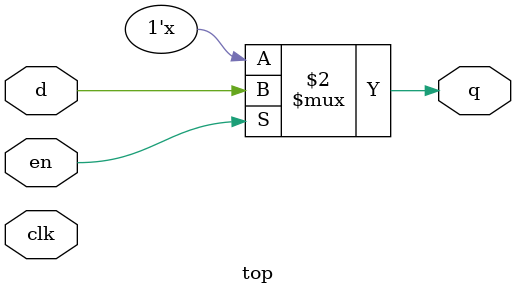
<source format=v>
module top ( input d, clk, en, output reg q );
	always @*
		if ( en )
			q <= d;
endmodule

</source>
